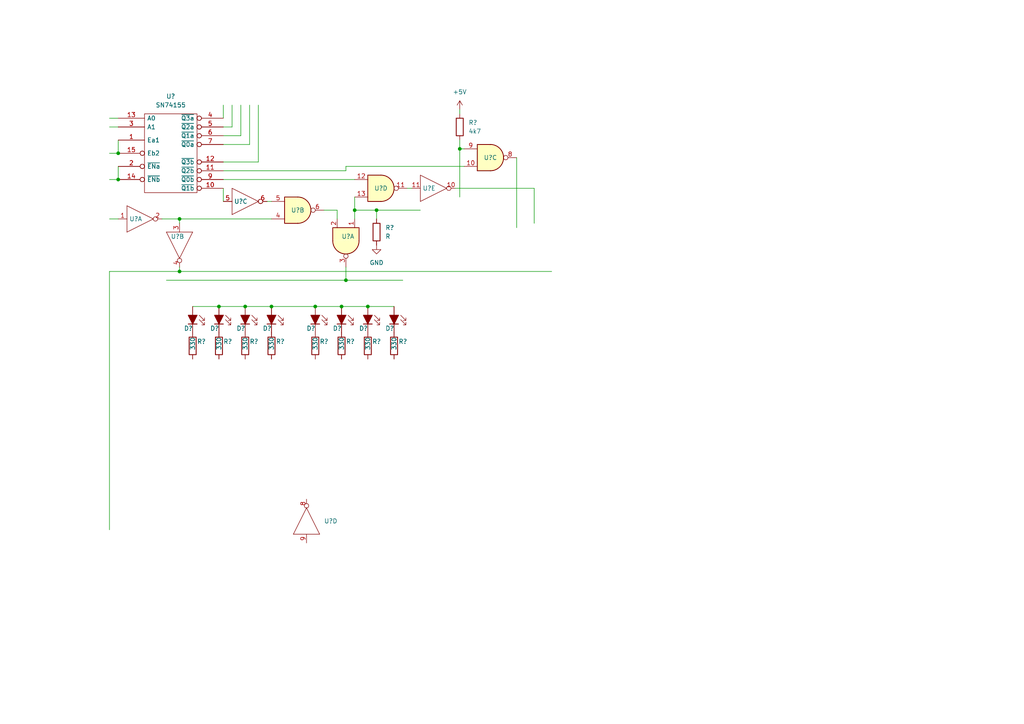
<source format=kicad_sch>
(kicad_sch (version 20211123) (generator eeschema)
  (paper "A4")
  (lib_symbols
    (symbol "Device:R" (pin_numbers hide) (pin_names (offset 0))
      (property "Reference" "R" (at 2.032 0 90))
      (property "Value" "R" (at 0 0 90))
      (symbol "R_0_1"
        (rectangle (start -1.016 -2.54) (end 1.016 2.54) (stroke (width 0.254)))
      )
      (symbol "R_1_1"
        (pin passive line (at 0 3.81 270) (length 1.27) (name "~") (number "1"))
        (pin passive line (at 0 -3.81 90) (length 1.27) (name "~") (number "2"))
      )
    )
    (symbol "User_Symbols_Library:LED" (pin_numbers hide) (pin_names (offset 1.016) hide)
      (property "Reference" "D" (at 0 2.54 0))
      (symbol "LED_0_1"
        (polyline (pts (xy -1.27 -1.27) (xy -1.27 1.27)) (stroke (width 0.254)))
        (polyline (pts (xy -1.27 0) (xy 1.27 0)))
        (polyline (pts (xy 1.27 -1.27) (xy 1.27 1.27) (xy -1.27 0) (xy 1.27 -1.27)) (stroke (width 0.254)) (fill (type outline)))
        (polyline (pts (xy 0 -1.905) (xy -1.524 -3.429) (xy -0.762 -3.429) (xy -1.524 -3.429) (xy -1.524 -2.667)))
        (polyline (pts (xy 1.27 -1.905) (xy -0.254 -3.429) (xy 0.508 -3.429) (xy -0.254 -3.429) (xy -0.254 -2.667)))
      )
      (symbol "LED_1_1"
        (pin passive line (at -3.81 0 0) (length 2.54) (name "K") (number "1"))
        (pin passive line (at 3.81 0 180) (length 2.54) (name "A") (number "2"))
      )
    )
    (symbol "User_Symbols_Library:SN7400" (pin_names (offset 1.016))
      (property "Reference" "U" (at 0 1.27 0))
      (symbol "SN7400_1_1"
        (arc (start 0 -3.81) (mid 3.81 0) (end 0 3.81) (stroke (width 0.254)) (fill (type background)))
        (polyline (pts (xy 0 3.81) (xy -3.81 3.81) (xy -3.81 -3.81) (xy 0 -3.81)) (stroke (width 0.254)) (fill (type background)))
        (pin input line (at -6.35 2.54 0) (length 2.54) (name "~") (number "1"))
        (pin input line (at -6.35 -2.54 0) (length 2.54) (name "~") (number "2"))
        (pin output inverted (at 7.62 0 180) (length 3.81) (name "~") (number "3"))
      )
      (symbol "SN7400_1_2"
        (arc (start -3.81 -3.81) (mid -2.589 0) (end -3.81 3.81) (stroke (width 0.254)))
        (arc (start -0.6096 -3.81) (mid 2.1842 -2.5851) (end 3.81 0) (stroke (width 0.254)) (fill (type background)))
        (polyline (pts (xy -3.81 -3.81) (xy -0.635 -3.81)) (stroke (width 0.254)) (fill (type background)))
        (polyline (pts (xy -3.81 3.81) (xy -0.635 3.81)) (stroke (width 0.254)) (fill (type background)))
        (polyline (pts (xy -0.635 3.81) (xy -3.81 3.81) (xy -3.81 3.81) (xy -3.556 3.4036) (xy -3.0226 2.2606) (xy -2.6924 1.0414) (xy -2.6162 -0.254) (xy -2.7686 -1.4986) (xy -3.175 -2.7178) (xy -3.81 -3.81) (xy -3.81 -3.81) (xy -0.635 -3.81)) (stroke (width -25.4)) (fill (type background)))
        (arc (start 3.81 0) (mid 2.1915 2.5936) (end -0.6096 3.81) (stroke (width 0.254)) (fill (type background)))
        (pin input inverted (at -7.62 2.54 0) (length 4.318) (name "~") (number "1"))
        (pin input inverted (at -7.62 -2.54 0) (length 4.318) (name "~") (number "2"))
        (pin output line (at 7.62 0 180) (length 3.81) (name "~") (number "3"))
      )
      (symbol "SN7400_2_1"
        (arc (start 0 -3.81) (mid 3.81 0) (end 0 3.81) (stroke (width 0.254)) (fill (type background)))
        (polyline (pts (xy 0 3.81) (xy -3.81 3.81) (xy -3.81 -3.81) (xy 0 -3.81)) (stroke (width 0.254)) (fill (type background)))
        (pin input line (at -7.62 2.54 0) (length 3.81) (name "~") (number "4"))
        (pin input line (at -7.62 -2.54 0) (length 3.81) (name "~") (number "5"))
        (pin output inverted (at 7.62 0 180) (length 3.81) (name "~") (number "6"))
      )
      (symbol "SN7400_2_2"
        (arc (start -3.81 -3.81) (mid -2.589 0) (end -3.81 3.81) (stroke (width 0.254)))
        (arc (start -0.6096 -3.81) (mid 2.1842 -2.5851) (end 3.81 0) (stroke (width 0.254)) (fill (type background)))
        (polyline (pts (xy -3.81 -3.81) (xy -0.635 -3.81)) (stroke (width 0.254)) (fill (type background)))
        (polyline (pts (xy -3.81 3.81) (xy -0.635 3.81)) (stroke (width 0.254)) (fill (type background)))
        (polyline (pts (xy -0.635 3.81) (xy -3.81 3.81) (xy -3.81 3.81) (xy -3.556 3.4036) (xy -3.0226 2.2606) (xy -2.6924 1.0414) (xy -2.6162 -0.254) (xy -2.7686 -1.4986) (xy -3.175 -2.7178) (xy -3.81 -3.81) (xy -3.81 -3.81) (xy -0.635 -3.81)) (stroke (width -25.4)) (fill (type background)))
        (arc (start 3.81 0) (mid 2.1915 2.5936) (end -0.6096 3.81) (stroke (width 0.254)) (fill (type background)))
        (pin input inverted (at -7.62 2.54 0) (length 4.318) (name "~") (number "4"))
        (pin input inverted (at -7.62 -2.54 0) (length 4.318) (name "~") (number "5"))
        (pin output line (at 7.62 0 180) (length 3.81) (name "~") (number "6"))
      )
      (symbol "SN7400_3_1"
        (arc (start 0 -3.81) (mid 3.81 0) (end 0 3.81) (stroke (width 0.254)) (fill (type background)))
        (polyline (pts (xy 0 3.81) (xy -3.81 3.81) (xy -3.81 -3.81) (xy 0 -3.81)) (stroke (width 0.254)) (fill (type background)))
        (pin input line (at -7.62 -2.54 0) (length 3.81) (name "~") (number "10"))
        (pin output inverted (at 7.62 0 180) (length 3.81) (name "~") (number "8"))
        (pin input line (at -7.62 2.54 0) (length 3.81) (name "~") (number "9"))
      )
      (symbol "SN7400_3_2"
        (arc (start -3.81 -3.81) (mid -2.589 0) (end -3.81 3.81) (stroke (width 0.254)))
        (arc (start -0.6096 -3.81) (mid 2.1842 -2.5851) (end 3.81 0) (stroke (width 0.254)) (fill (type background)))
        (polyline (pts (xy -3.81 -3.81) (xy -0.635 -3.81)) (stroke (width 0.254)) (fill (type background)))
        (polyline (pts (xy -3.81 3.81) (xy -0.635 3.81)) (stroke (width 0.254)) (fill (type background)))
        (polyline (pts (xy -0.635 3.81) (xy -3.81 3.81) (xy -3.81 3.81) (xy -3.556 3.4036) (xy -3.0226 2.2606) (xy -2.6924 1.0414) (xy -2.6162 -0.254) (xy -2.7686 -1.4986) (xy -3.175 -2.7178) (xy -3.81 -3.81) (xy -3.81 -3.81) (xy -0.635 -3.81)) (stroke (width -25.4)) (fill (type background)))
        (arc (start 3.81 0) (mid 2.1915 2.5936) (end -0.6096 3.81) (stroke (width 0.254)) (fill (type background)))
        (pin input inverted (at -7.62 -2.54 0) (length 4.318) (name "~") (number "10"))
        (pin output line (at 7.62 0 180) (length 3.81) (name "~") (number "8"))
        (pin input inverted (at -7.62 2.54 0) (length 4.318) (name "~") (number "9"))
      )
      (symbol "SN7400_4_1"
        (arc (start 0 -3.81) (mid 3.81 0) (end 0 3.81) (stroke (width 0.254)) (fill (type background)))
        (polyline (pts (xy 0 3.81) (xy -3.81 3.81) (xy -3.81 -3.81) (xy 0 -3.81)) (stroke (width 0.254)) (fill (type background)))
        (pin output inverted (at 7.62 0 180) (length 3.81) (name "~") (number "11"))
        (pin input line (at -7.62 2.54 0) (length 3.81) (name "~") (number "12"))
        (pin input line (at -7.62 -2.54 0) (length 3.81) (name "~") (number "13"))
      )
      (symbol "SN7400_4_2"
        (arc (start -3.81 -3.81) (mid -2.589 0) (end -3.81 3.81) (stroke (width 0.254)))
        (arc (start -0.6096 -3.81) (mid 2.1842 -2.5851) (end 3.81 0) (stroke (width 0.254)) (fill (type background)))
        (polyline (pts (xy -3.81 -3.81) (xy -0.635 -3.81)) (stroke (width 0.254)) (fill (type background)))
        (polyline (pts (xy -3.81 3.81) (xy -0.635 3.81)) (stroke (width 0.254)) (fill (type background)))
        (polyline (pts (xy -0.635 3.81) (xy -3.81 3.81) (xy -3.81 3.81) (xy -3.556 3.4036) (xy -3.0226 2.2606) (xy -2.6924 1.0414) (xy -2.6162 -0.254) (xy -2.7686 -1.4986) (xy -3.175 -2.7178) (xy -3.81 -3.81) (xy -3.81 -3.81) (xy -0.635 -3.81)) (stroke (width -25.4)) (fill (type background)))
        (arc (start 3.81 0) (mid 2.1915 2.5936) (end -0.6096 3.81) (stroke (width 0.254)) (fill (type background)))
        (pin output line (at 7.62 0 180) (length 3.81) (name "~") (number "11"))
        (pin input inverted (at -7.62 2.54 0) (length 4.318) (name "~") (number "12"))
        (pin input inverted (at -7.62 -2.54 0) (length 4.318) (name "~") (number "13"))
      )
      (symbol "SN7400_5_0"
        (pin power_in line (at 0 12.7 270) (length 5.08) (name "VCC") (number "14"))
        (pin power_in line (at 0 -12.7 90) (length 5.08) (name "GND") (number "7"))
      )
      (symbol "SN7400_5_1"
        (rectangle (start -5.08 7.62) (end 5.08 -7.62) (stroke (width 0.254)) (fill (type background)))
      )
    )
    (symbol "User_Symbols_Library:SN7404" (pin_names (offset 0.962) hide)
      (property "Reference" "U" (at 3.81 3.81 0))
      (symbol "SN7404_0_1"
        (polyline (pts (xy -1.27 -3.81) (xy -1.27 3.81)))
        (polyline (pts (xy 6.35 0) (xy -1.27 -3.81)))
        (polyline (pts (xy 6.35 0) (xy -1.27 3.81)))
        (pin power_in line (at 1.27 2.54 270) (length 0) hide (name "Vcc") (number "14"))
        (pin power_in line (at 1.27 -2.54 90) (length 0) hide (name "Gnd") (number "7"))
      )
      (symbol "SN7404_1_1"
        (pin input line (at -3.81 0 0) (length 2.54) (name "~") (number "1"))
        (pin output inverted (at 8.89 0 180) (length 2.54) (name "~") (number "2"))
      )
      (symbol "SN7404_2_1"
        (pin input line (at -3.81 0 0) (length 2.54) (name "~") (number "3"))
        (pin output inverted (at 8.89 0 180) (length 2.54) (name "~") (number "4"))
      )
      (symbol "SN7404_3_1"
        (pin input line (at -3.81 0 0) (length 2.54) (name "~") (number "5"))
        (pin output inverted (at 8.89 0 180) (length 2.54) (name "~") (number "6"))
      )
      (symbol "SN7404_4_1"
        (pin output inverted (at 8.89 0 180) (length 2.54) (name "~") (number "8"))
        (pin input line (at -3.81 0 0) (length 2.54) (name "~") (number "9"))
      )
      (symbol "SN7404_5_1"
        (pin output inverted (at 8.89 0 180) (length 2.54) (name "~") (number "10"))
        (pin input line (at -3.81 0 0) (length 2.54) (name "~") (number "11"))
      )
      (symbol "SN7404_6_1"
        (pin output inverted (at 8.89 0 180) (length 2.54) (name "~") (number "12"))
        (pin input line (at -3.81 0 0) (length 2.54) (name "~") (number "13"))
      )
    )
    (symbol "User_Symbols_Library:SN74155" (pin_names (offset 0.762))
      (property "Reference" "U" (at 5.08 12.7 0))
      (property "Value" "SN74155" (at 6.35 -13.97 0))
      (symbol "SN74155_0_0"
        (rectangle (start -7.62 11.43) (end 7.62 -11.43))
        (pin power_in line (at 0 11.43 270) (length 0) hide (name "VCC") (number "16"))
        (pin power_in line (at 0 -11.43 90) (length 0) hide (name "GND") (number "8"))
      )
      (symbol "SN74155_1_1"
        (pin input line (at -15.24 3.81 0) (length 7.62) (name "Ea1") (number "1"))
        (pin output inverted (at 15.24 -10.16 180) (length 7.62) (name "~{Q1b}") (number "10"))
        (pin output inverted (at 15.24 -5.08 180) (length 7.62) (name "~{Q2b}") (number "11"))
        (pin output inverted (at 15.24 -2.54 180) (length 7.62) (name "~{Q3b}") (number "12"))
        (pin input line (at -15.24 10.16 0) (length 7.62) (name "A0") (number "13"))
        (pin input inverted (at -15.24 -7.62 0) (length 7.62) (name "~{ENb}") (number "14"))
        (pin input inverted (at -15.24 0 0) (length 7.62) (name "Eb2") (number "15"))
        (pin input inverted (at -15.24 -3.81 0) (length 7.62) (name "~{ENa}") (number "2"))
        (pin input line (at -15.24 7.62 0) (length 7.62) (name "A1") (number "3"))
        (pin output inverted (at 15.24 10.16 180) (length 7.62) (name "~{Q3a}") (number "4"))
        (pin output inverted (at 15.24 7.62 180) (length 7.62) (name "~{Q2a}") (number "5"))
        (pin output inverted (at 15.24 5.08 180) (length 7.62) (name "~{Q1a}") (number "6"))
        (pin output inverted (at 15.24 2.54 180) (length 7.62) (name "~{Q0a}") (number "7"))
        (pin output inverted (at 15.24 -7.62 180) (length 7.62) (name "~{Q0b}") (number "9"))
      )
    )
    (symbol "power:+5V" (power) (pin_names (offset 0))
      (property "Value" "+5V" (at 0 3.556 0))
      (symbol "+5V_0_1"
        (polyline (pts (xy -0.762 1.27) (xy 0 2.54)))
        (polyline (pts (xy 0 0) (xy 0 2.54)))
        (polyline (pts (xy 0 2.54) (xy 0.762 1.27)))
      )
      (symbol "+5V_1_1"
        (pin power_in line (at 0 0 90) (length 0) hide (name "+5V") (number "1"))
      )
    )
    (symbol "power:GND" (power) (pin_names (offset 0))
      (property "Value" "GND" (at 0 -3.81 0))
      (symbol "GND_0_1"
        (polyline (pts (xy 0 0) (xy 0 -1.27) (xy 1.27 -1.27) (xy 0 -2.54) (xy -1.27 -1.27) (xy 0 -1.27)))
      )
      (symbol "GND_1_1"
        (pin power_in line (at 0 0 270) (length 0) hide (name "GND") (number "1"))
      )
    )
  )
  (junction (at 91.44 88.9))
  (junction (at 100.33 81.28))
  (junction (at 52.07 78.74))
  (junction (at 34.29 52.07))
  (junction (at 78.74 88.9))
  (junction (at 133.35 43.18))
  (junction (at 106.68 88.9))
  (junction (at 102.87 60.96))
  (junction (at 99.06 88.9))
  (junction (at 71.12 88.9))
  (junction (at 63.5 88.9))
  (junction (at 34.29 44.45))
  (junction (at 109.22 60.96))
  (junction (at 52.07 63.5))
  (wire (pts (xy 133.35 31.75) (xy 133.35 33.02)))
  (wire (pts (xy 69.85 30.48) (xy 69.85 39.37)))
  (wire (pts (xy 72.39 30.48) (xy 72.39 41.91)))
  (wire (pts (xy 34.29 48.26) (xy 34.29 52.07)))
  (wire (pts (xy 52.07 64.77) (xy 52.07 63.5)))
  (wire (pts (xy 109.22 60.96) (xy 121.92 60.96)))
  (wire (pts (xy 134.62 43.18) (xy 133.35 43.18)))
  (wire (pts (xy 78.74 88.9) (xy 91.44 88.9)))
  (wire (pts (xy 102.87 63.5) (xy 102.87 60.96)))
  (wire (pts (xy 100.33 49.53) (xy 100.33 48.26)))
  (wire (pts (xy 91.44 88.9) (xy 99.06 88.9)))
  (wire (pts (xy 102.87 60.96) (xy 109.22 60.96)))
  (wire (pts (xy 100.33 77.47) (xy 100.33 81.28)))
  (wire (pts (xy 99.06 88.9) (xy 106.68 88.9)))
  (wire (pts (xy 52.07 78.74) (xy 160.02 78.74)))
  (wire (pts (xy 63.5 88.9) (xy 71.12 88.9)))
  (wire (pts (xy 154.94 54.61) (xy 154.94 64.77)))
  (wire (pts (xy 31.75 36.83) (xy 34.29 36.83)))
  (wire (pts (xy 64.77 30.48) (xy 64.77 34.29)))
  (wire (pts (xy 31.75 52.07) (xy 34.29 52.07)))
  (wire (pts (xy 64.77 41.91) (xy 72.39 41.91)))
  (wire (pts (xy 64.77 49.53) (xy 100.33 49.53)))
  (wire (pts (xy 64.77 52.07) (xy 102.87 52.07)))
  (wire (pts (xy 64.77 39.37) (xy 69.85 39.37)))
  (wire (pts (xy 31.75 78.74) (xy 31.75 153.67)))
  (wire (pts (xy 133.35 43.18) (xy 133.35 40.64)))
  (wire (pts (xy 31.75 34.29) (xy 34.29 34.29)))
  (wire (pts (xy 132.08 54.61) (xy 154.94 54.61)))
  (wire (pts (xy 64.77 36.83) (xy 67.31 36.83)))
  (wire (pts (xy 102.87 60.96) (xy 102.87 57.15)))
  (wire (pts (xy 31.75 63.5) (xy 34.29 63.5)))
  (wire (pts (xy 71.12 88.9) (xy 78.74 88.9)))
  (wire (pts (xy 52.07 77.47) (xy 52.07 78.74)))
  (wire (pts (xy 67.31 30.48) (xy 67.31 36.83)))
  (wire (pts (xy 97.79 63.5) (xy 97.79 60.96)))
  (wire (pts (xy 64.77 46.99) (xy 74.93 46.99)))
  (wire (pts (xy 93.98 60.96) (xy 97.79 60.96)))
  (wire (pts (xy 52.07 78.74) (xy 31.75 78.74)))
  (wire (pts (xy 74.93 30.48) (xy 74.93 46.99)))
  (wire (pts (xy 55.88 88.9) (xy 63.5 88.9)))
  (wire (pts (xy 48.26 81.28) (xy 100.33 81.28)))
  (wire (pts (xy 46.99 63.5) (xy 52.07 63.5)))
  (wire (pts (xy 34.29 40.64) (xy 34.29 44.45)))
  (wire (pts (xy 118.11 54.61) (xy 119.38 54.61)))
  (wire (pts (xy 77.47 58.42) (xy 78.74 58.42)))
  (wire (pts (xy 31.75 44.45) (xy 34.29 44.45)))
  (wire (pts (xy 109.22 60.96) (xy 109.22 63.5)))
  (wire (pts (xy 133.35 43.18) (xy 133.35 57.15)))
  (wire (pts (xy 149.86 45.72) (xy 149.86 66.04)))
  (wire (pts (xy 106.68 88.9) (xy 114.3 88.9)))
  (wire (pts (xy 100.33 48.26) (xy 134.62 48.26)))
  (wire (pts (xy 100.33 81.28) (xy 116.84 81.28)))
  (wire (pts (xy 64.77 54.61) (xy 64.77 58.42)))
  (wire (pts (xy 52.07 63.5) (xy 78.74 63.5)))
  (symbol (lib_id "User_Symbols_Library:SN7400") (at 142.24 45.72 0) (unit 3)
    (property "Reference" "U?" (at 142.24 45.72 0))
    (property "Value" "SN7400" (effects hide))
    (property "Datasheet" "http://www.ti.com/lit/gpn/sn74ls00" (effects hide))
  )
  (symbol (lib_id "User_Symbols_Library:LED") (at 71.12 92.71 90) (unit 1)
    (property "Reference" "D?" (at 68.58 95.25 90) (effects (justify right)))
    (property "Value" "LED" (effects hide))
  )
  (symbol (lib_id "Device:R") (at 114.3 100.33 0) (unit 1)
    (property "Reference" "R?" (at 115.57 99.06 0) (effects (justify left)))
    (property "Value" "330" (at 114.3 101.6 90) (effects (justify left)))
  )
  (symbol (lib_id "User_Symbols_Library:SN7400") (at 100.33 69.85 270) (unit 1)
    (property "Reference" "U?" (at 99.06 68.58 90) (effects (justify left)))
    (property "Value" "SN7400" (effects hide))
    (property "Datasheet" "http://www.ti.com/lit/gpn/sn74ls00" (effects hide))
  )
  (symbol (lib_id "User_Symbols_Library:LED") (at 55.88 92.71 90) (unit 1)
    (property "Reference" "D?" (at 53.34 95.25 90) (effects (justify right)))
    (property "Value" "LED" (effects hide))
  )
  (symbol (lib_id "User_Symbols_Library:LED") (at 99.06 92.71 90) (unit 1)
    (property "Reference" "D?" (at 96.52 95.25 90) (effects (justify right)))
    (property "Value" "LED" (effects hide))
  )
  (symbol (lib_id "power:+5V") (at 133.35 31.75 0) (unit 1)
    (property "Reference" "#PWR?" (effects hide))
    (property "Value" "+5V" (at 133.35 26.67 0))
  )
  (symbol (lib_id "Device:R") (at 71.12 100.33 0) (unit 1)
    (property "Reference" "R?" (at 72.39 99.06 0) (effects (justify left)))
    (property "Value" "330" (at 71.12 101.6 90) (effects (justify left)))
  )
  (symbol (lib_id "User_Symbols_Library:SN7404") (at 123.19 54.61 0) (unit 5)
    (property "Reference" "U?" (at 124.46 54.61 0))
    (property "Value" "SN7404" (effects hide))
  )
  (symbol (lib_id "User_Symbols_Library:SN7404") (at 68.58 58.42 0) (unit 3)
    (property "Reference" "U?" (at 69.85 58.42 0))
    (property "Value" "SN7404" (effects hide))
  )
  (symbol (lib_id "User_Symbols_Library:LED") (at 114.3 92.71 90) (unit 1)
    (property "Reference" "D?" (at 111.76 95.25 90) (effects (justify right)))
    (property "Value" "LED" (effects hide))
  )
  (symbol (lib_id "User_Symbols_Library:SN74155") (at 49.53 44.45 0) (unit 1)
    (property "Reference" "U?" (at 49.53 27.94 0))
    (property "Value" "SN74155" (at 49.53 30.48 0))
  )
  (symbol (lib_id "Device:R") (at 99.06 100.33 0) (unit 1)
    (property "Reference" "R?" (at 100.33 99.06 0) (effects (justify left)))
    (property "Value" "330" (at 99.06 101.6 90) (effects (justify left)))
  )
  (symbol (lib_id "Device:R") (at 63.5 100.33 0) (unit 1)
    (property "Reference" "R?" (at 64.77 99.06 0) (effects (justify left)))
    (property "Value" "330" (at 63.5 101.6 90) (effects (justify left)))
  )
  (symbol (lib_id "User_Symbols_Library:SN7400") (at 110.49 54.61 0) (unit 4)
    (property "Reference" "U?" (at 110.49 54.61 0))
    (property "Value" "SN7400" (effects hide))
    (property "Datasheet" "http://www.ti.com/lit/gpn/sn74ls00" (effects hide))
  )
  (symbol (lib_id "Device:R") (at 109.22 67.31 0) (unit 1)
    (property "Reference" "R?" (at 111.76 66.0399 0) (effects (justify left)))
    (property "Value" "R" (at 111.76 68.5799 0) (effects (justify left)))
  )
  (symbol (lib_id "User_Symbols_Library:LED") (at 63.5 92.71 90) (unit 1)
    (property "Reference" "D?" (at 60.96 95.25 90) (effects (justify right)))
    (property "Value" "LED" (effects hide))
  )
  (symbol (lib_id "Device:R") (at 55.88 100.33 0) (unit 1)
    (property "Reference" "R?" (at 57.15 99.06 0) (effects (justify left)))
    (property "Value" "330" (at 55.88 101.6 90) (effects (justify left)))
  )
  (symbol (lib_id "User_Symbols_Library:SN7400") (at 86.36 60.96 0) (mirror x) (unit 2)
    (property "Reference" "U?" (at 86.36 60.96 0))
    (property "Value" "SN7400" (effects hide))
    (property "Datasheet" "http://www.ti.com/lit/gpn/sn74ls00" (effects hide))
  )
  (symbol (lib_id "User_Symbols_Library:SN7404") (at 88.9 153.67 90) (unit 4)
    (property "Reference" "U?" (at 93.98 151.1299 90) (effects (justify right)))
    (property "Value" "SN7404" (effects hide))
  )
  (symbol (lib_id "User_Symbols_Library:SN7404") (at 52.07 68.58 270) (unit 2)
    (property "Reference" "U?" (at 49.53 68.58 90) (effects (justify left)))
    (property "Value" "SN7404" (effects hide))
  )
  (symbol (lib_id "power:GND") (at 109.22 71.12 0) (unit 1)
    (property "Reference" "#PWR?" (effects hide))
    (property "Value" "GND" (at 109.22 76.2 0))
  )
  (symbol (lib_id "User_Symbols_Library:LED") (at 106.68 92.71 90) (unit 1)
    (property "Reference" "D?" (at 104.14 95.25 90) (effects (justify right)))
    (property "Value" "LED" (effects hide))
  )
  (symbol (lib_id "Device:R") (at 133.35 36.83 0) (unit 1)
    (property "Reference" "R?" (at 135.89 35.5599 0) (effects (justify left)))
    (property "Value" "4k7" (at 135.89 38.0999 0) (effects (justify left)))
  )
  (symbol (lib_id "Device:R") (at 106.68 100.33 0) (unit 1)
    (property "Reference" "R?" (at 107.95 99.06 0) (effects (justify left)))
    (property "Value" "330" (at 106.68 101.6 90) (effects (justify left)))
  )
  (symbol (lib_id "User_Symbols_Library:LED") (at 91.44 92.71 90) (unit 1)
    (property "Reference" "D?" (at 88.9 95.25 90) (effects (justify right)))
    (property "Value" "LED" (effects hide))
  )
  (symbol (lib_id "User_Symbols_Library:LED") (at 78.74 92.71 90) (unit 1)
    (property "Reference" "D?" (at 76.2 95.25 90) (effects (justify right)))
    (property "Value" "LED" (effects hide))
  )
  (symbol (lib_id "Device:R") (at 78.74 100.33 0) (unit 1)
    (property "Reference" "R?" (at 80.01 99.06 0) (effects (justify left)))
    (property "Value" "330" (at 78.74 101.6 90) (effects (justify left)))
  )
  (symbol (lib_id "Device:R") (at 91.44 100.33 0) (unit 1)
    (property "Reference" "R?" (at 92.71 99.06 0) (effects (justify left)))
    (property "Value" "330" (at 91.44 101.6 90) (effects (justify left)))
  )
  (symbol (lib_id "User_Symbols_Library:SN7404") (at 38.1 63.5 0) (unit 1)
    (property "Reference" "U?" (at 39.37 63.5 0))
    (property "Value" "SN7404" (effects hide))
  )
)
</source>
